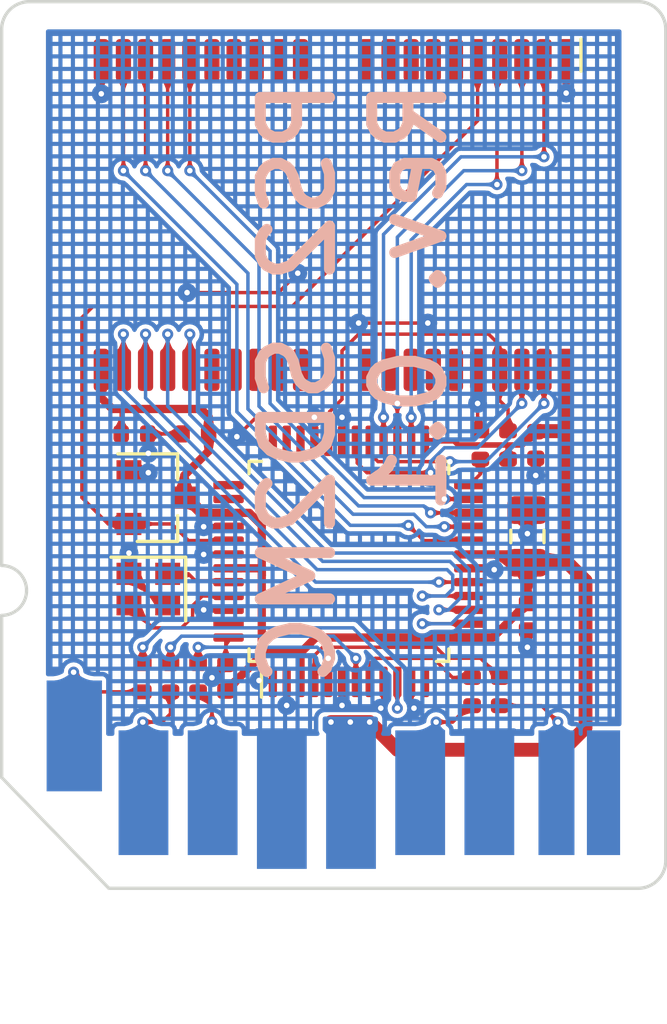
<source format=kicad_pcb>
(kicad_pcb (version 20221018) (generator pcbnew)
  (layers (0 "F.Cu" signal) (31 "B.Cu" signal) (34 "B.Paste" user) (35 "F.Paste" user) (36 "B.SilkS" user "B.Silkscreen") (37 "F.SilkS" user "F.Silkscreen") (38 "B.Mask" user) (39 "F.Mask" user) (44 "Edge.Cuts" user))
  (net 0 "")
  (net 1 "GND")
  (net 2 "+3V3")
  (net 3 "/ACK")
  (net 4 "/CLK")
  (net 5 "/ATT")
  (net 6 "/CMD")
  (net 7 "/DATA")
  (net 8 "/~{RST}")
  (net 9 "Net-(R108-Pad1)")
  (net 10 "Net-(U102-X1)")
  (net 11 "Net-(U102-X2)")
  (net 12 "Net-(U102-R{slash}~{B})")
  (net 13 "Net-(U102-ACK)")
  (net 14 "Net-(U102-CLK)")
  (net 15 "Net-(U102-ATT)")
  (net 16 "Net-(U102-CMD)")
  (net 17 "Net-(U102-DATA)")
  (net 19 "Net-(U102-I{slash}O7)")
  (net 20 "Net-(U102-I{slash}O6)")
  (net 21 "Net-(U102-I{slash}O5)")
  (net 22 "Net-(U102-I{slash}O4)")
  (net 23 "Net-(U102-I{slash}O3)")
  (net 24 "Net-(U102-I{slash}O2)")
  (net 25 "Net-(U102-I{slash}O1)")
  (net 26 "Net-(U102-I{slash}O0)")
  (net 27 "Net-(U102-~{WE})")
  (net 28 "Net-(U102-ALE)")
  (net 29 "Net-(U102-CLE)")
  (net 30 "Net-(U102-~{CE})")
  (net 31 "Net-(U102-~{RE})")
  (footprint "PS2:C_0402_1005Metric" (layer "F.Cu") (at 165.3 74.5 -90)
    (fp_text reference "C104")
    (fp_text value "100nF")
    (pad "1" smd roundrect (at -0.48 0 270) (size 0.56 0.62) (layers "F.Cu" "F.Paste" "F.Mask") (net 2 "+3V3"))
    (pad "2" smd roundrect (at 0.48 0 270) (size 0.56 0.62) (layers "F.Cu" "F.Paste" "F.Mask") (net 1 "GND"))
  )
  (footprint "PS2:C_0402_1005Metric" (layer "F.Cu") (at 153.3 67.9 180)
    (fp_text reference "C101")
    (fp_text value "100nF")
    (pad "1" smd roundrect (at -0.48 0 180) (size 0.56 0.62) (layers "F.Cu" "F.Paste" "F.Mask") (net 2 "+3V3"))
    (pad "2" smd roundrect (at 0.48 0 180) (size 0.56 0.62) (layers "F.Cu" "F.Paste" "F.Mask") (net 1 "GND"))
  )
  (footprint "PS2:C_0402_1005Metric" (layer "F.Cu") (at 154.4 76.7 90)
    (fp_text reference "C103")
    (fp_text value "100p")
    (pad "1" smd roundrect (at -0.48 0 90) (size 0.56 0.62) (layers "F.Cu" "F.Paste" "F.Mask") (net 2 "+3V3"))
    (pad "2" smd roundrect (at 0.48 0 90) (size 0.56 0.62) (layers "F.Cu" "F.Paste" "F.Mask") (net 1 "GND"))
  )
  (footprint "PS2:R_0402_1005Metric" (layer "F.Cu") (at 164.3 77.2 -90)
    (fp_text reference "R107")
    (fp_text value "22R")
    (pad "1" smd roundrect (at -0.51 0 270) (size 0.54 0.64) (layers "F.Cu" "F.Paste" "F.Mask") (net 17 "Net-(U102-DATA)"))
    (pad "2" smd roundrect (at 0.51 0 270) (size 0.54 0.64) (layers "F.Cu" "F.Paste" "F.Mask") (net 7 "/DATA"))
  )
  (footprint "PS2:Crystal_SMD_2016-4Pin_2.0x1.6mm" (layer "F.Cu") (at 151.6 73.5 180)
    (fp_text reference "Y101")
    (fp_text value "25MHz")
    (fp_line (start -1.35 -1.15) (end -1.35 1.15) (stroke (width 0.12)) (layer "F.SilkS"))
    (fp_line (start -1.35 1.15) (end 1.35 1.15) (stroke (width 0.12)) (layer "F.SilkS"))
    (pad "1" smd rect (at -0.7 0.55 180) (size 0.9 0.8) (layers "F.Cu" "F.Paste" "F.Mask") (net 10 "Net-(U102-X1)"))
    (pad "2" smd rect (at 0.7 0.55 180) (size 0.9 0.8) (layers "F.Cu" "F.Paste" "F.Mask") (net 1 "GND"))
    (pad "3" smd rect (at 0.7 -0.55 180) (size 0.9 0.8) (layers "F.Cu" "F.Paste" "F.Mask") (net 11 "Net-(U102-X2)"))
    (pad "4" smd rect (at -0.7 -0.55 180) (size 0.9 0.8) (layers "F.Cu" "F.Paste" "F.Mask") (net 1 "GND"))
  )
  (footprint "PS2:R_0402_1005Metric" (layer "F.Cu") (at 164.6 68.3 90)
    (fp_text reference "R102")
    (fp_text value "2K2")
    (pad "1" smd roundrect (at -0.51 0 90) (size 0.54 0.64) (layers "F.Cu" "F.Paste" "F.Mask") (net 2 "+3V3"))
    (pad "2" smd roundrect (at 0.51 0 90) (size 0.54 0.64) (layers "F.Cu" "F.Paste" "F.Mask") (net 12 "Net-(U102-R{slash}~{B})"))
  )
  (footprint "PS2:TSOP-II-44_10.16x18.41mm_P0.8mm" (layer "F.Cu") (at 158.3 60 -90)
    (fp_text reference "U103")
    (fp_text value "K9F6408U0C")
    (fp_line (start -5.19 -8.935) (end -6.35 -8.935) (stroke (width 0.12)) (layer "F.SilkS"))
    (pad "1" smd roundrect (at -5.5875 -8.4 270) (size 1.525 0.55) (layers "F.Cu" "F.Paste" "F.Mask") (net 1 "GND"))
    (pad "2" smd roundrect (at -5.5875 -7.6 270) (size 1.525 0.55) (layers "F.Cu" "F.Paste" "F.Mask") (net 29 "Net-(U102-CLE)"))
    (pad "3" smd roundrect (at -5.5875 -6.8 270) (size 1.525 0.55) (layers "F.Cu" "F.Paste" "F.Mask") (net 28 "Net-(U102-ALE)"))
    (pad "4" smd roundrect (at -5.5875 -6 270) (size 1.525 0.55) (layers "F.Cu" "F.Paste" "F.Mask") (net 27 "Net-(U102-~{WE})"))
    (pad "5" smd roundrect (at -5.5875 -5.2 270) (size 1.525 0.55) (layers "F.Cu" "F.Paste" "F.Mask") (net 8 "/~{RST}"))
    (pad "6" smd roundrect (at -5.5875 -4.4 270) (size 1.525 0.55) (layers "F.Cu" "F.Paste" "F.Mask"))
    (pad "7" smd roundrect (at -5.5875 -3.6 270) (size 1.525 0.55) (layers "F.Cu" "F.Paste" "F.Mask"))
    (pad "8" smd roundrect (at -5.5875 -2.8 270) (size 1.525 0.55) (layers "F.Cu" "F.Paste" "F.Mask"))
    (pad "9" smd roundrect (at -5.5875 -2 270) (size 1.525 0.55) (layers "F.Cu" "F.Paste" "F.Mask"))
    (pad "10" smd roundrect (at -5.5875 -1.2 270) (size 1.525 0.55) (layers "F.Cu" "F.Paste" "F.Mask"))
    (pad "13" smd roundrect (at -5.5875 1.2 270) (size 1.525 0.55) (layers "F.Cu" "F.Paste" "F.Mask"))
    (pad "14" smd roundrect (at -5.5875 2 270) (size 1.525 0.55) (layers "F.Cu" "F.Paste" "F.Mask"))
    (pad "15" smd roundrect (at -5.5875 2.8 270) (size 1.525 0.55) (layers "F.Cu" "F.Paste" "F.Mask"))
    (pad "16" smd roundrect (at -5.5875 3.6 270) (size 1.525 0.55) (layers "F.Cu" "F.Paste" "F.Mask"))
    (pad "17" smd roundrect (at -5.5875 4.4 270) (size 1.525 0.55) (layers "F.Cu" "F.Paste" "F.Mask"))
    (pad "18" smd roundrect (at -5.5875 5.2 270) (size 1.525 0.55) (layers "F.Cu" "F.Paste" "F.Mask") (net 26 "Net-(U102-I{slash}O0)"))
    (pad "19" smd roundrect (at -5.5875 6 270) (size 1.525 0.55) (layers "F.Cu" "F.Paste" "F.Mask") (net 25 "Net-(U102-I{slash}O1)"))
    (pad "20" smd roundrect (at -5.5875 6.8 270) (size 1.525 0.55) (layers "F.Cu" "F.Paste" "F.Mask") (net 24 "Net-(U102-I{slash}O2)"))
    (pad "21" smd roundrect (at -5.5875 7.6 270) (size 1.525 0.55) (layers "F.Cu" "F.Paste" "F.Mask") (net 23 "Net-(U102-I{slash}O3)"))
    (pad "22" smd roundrect (at -5.5875 8.4 270) (size 1.525 0.55) (layers "F.Cu" "F.Paste" "F.Mask") (net 1 "GND"))
    (pad "23" smd roundrect (at 5.5875 8.4 270) (size 1.525 0.55) (layers "F.Cu" "F.Paste" "F.Mask") (net 2 "+3V3"))
    (pad "24" smd roundrect (at 5.5875 7.6 270) (size 1.525 0.55) (layers "F.Cu" "F.Paste" "F.Mask") (net 22 "Net-(U102-I{slash}O4)"))
    (pad "25" smd roundrect (at 5.5875 6.8 270) (size 1.525 0.55) (layers "F.Cu" "F.Paste" "F.Mask") (net 21 "Net-(U102-I{slash}O5)"))
    (pad "26" smd roundrect (at 5.5875 6 270) (size 1.525 0.55) (layers "F.Cu" "F.Paste" "F.Mask") (net 20 "Net-(U102-I{slash}O6)"))
    (pad "27" smd roundrect (at 5.5875 5.2 270) (size 1.525 0.55) (layers "F.Cu" "F.Paste" "F.Mask") (net 19 "Net-(U102-I{slash}O7)"))
    (pad "28" smd roundrect (at 5.5875 4.4 270) (size 1.525 0.55) (layers "F.Cu" "F.Paste" "F.Mask"))
    (pad "29" smd roundrect (at 5.5875 3.6 270) (size 1.525 0.55) (layers "F.Cu" "F.Paste" "F.Mask"))
    (pad "30" smd roundrect (at 5.5875 2.8 270) (size 1.525 0.55) (layers "F.Cu" "F.Paste" "F.Mask"))
    (pad "31" smd roundrect (at 5.5875 2 270) (size 1.525 0.55) (layers "F.Cu" "F.Paste" "F.Mask"))
    (pad "32" smd roundrect (at 5.5875 1.2 270) (size 1.525 0.55) (layers "F.Cu" "F.Paste" "F.Mask"))
    (pad "35" smd roundrect (at 5.5875 -1.2 270) (size 1.525 0.55) (layers "F.Cu" "F.Paste" "F.Mask"))
    (pad "36" smd roundrect (at 5.5875 -2 270) (size 1.525 0.55) (layers "F.Cu" "F.Paste" "F.Mask"))
    (pad "37" smd roundrect (at 5.5875 -2.8 270) (size 1.525 0.55) (layers "F.Cu" "F.Paste" "F.Mask"))
    (pad "38" smd roundrect (at 5.5875 -3.6 270) (size 1.525 0.55) (layers "F.Cu" "F.Paste" "F.Mask"))
    (pad "39" smd roundrect (at 5.5875 -4.4 270) (size 1.525 0.55) (layers "F.Cu" "F.Paste" "F.Mask"))
    (pad "40" smd roundrect (at 5.5875 -5.2 270) (size 1.525 0.55) (layers "F.Cu" "F.Paste" "F.Mask") (net 1 "GND"))
    (pad "41" smd roundrect (at 5.5875 -6 270) (size 1.525 0.55) (layers "F.Cu" "F.Paste" "F.Mask") (net 12 "Net-(U102-R{slash}~{B})"))
    (pad "42" smd roundrect (at 5.5875 -6.8 270) (size 1.525 0.55) (layers "F.Cu" "F.Paste" "F.Mask") (net 31 "Net-(U102-~{RE})"))
    (pad "43" smd roundrect (at 5.5875 -7.6 270) (size 1.525 0.55) (layers "F.Cu" "F.Paste" "F.Mask") (net 30 "Net-(U102-~{CE})"))
    (pad "44" smd roundrect (at 5.5875 -8.4 270) (size 1.525 0.55) (layers "F.Cu" "F.Paste" "F.Mask") (net 2 "+3V3"))
  )
  (footprint "PS2:SOT-23" (layer "F.Cu") (at 151.9 70.2)
    (fp_text reference "U101")
    (fp_text value "LM809")
    (fp_line (start 0.76 -1.58) (end -1.4 -1.58) (stroke (width 0.12)) (layer "F.SilkS"))
    (fp_line (start 0.76 -1.58) (end 0.76 -0.65) (stroke (width 0.12)) (layer "F.SilkS"))
    (fp_line (start 0.76 1.58) (end -0.7 1.58) (stroke (width 0.12)) (layer "F.SilkS"))
    (fp_line (start 0.76 1.58) (end 0.76 0.65) (stroke (width 0.12)) (layer "F.SilkS"))
    (pad "1" smd rect (at -1 -0.95) (size 0.9 0.8) (layers "F.Cu" "F.Paste" "F.Mask") (net 1 "GND"))
    (pad "2" smd rect (at -1 0.95) (size 0.9 0.8) (layers "F.Cu" "F.Paste" "F.Mask") (net 8 "/~{RST}"))
    (pad "3" smd rect (at 1 0) (size 0.9 0.8) (layers "F.Cu" "F.Paste" "F.Mask") (net 2 "+3V3"))
  )
  (footprint "PS2:R_0402_1005Metric" (layer "F.Cu") (at 151.4 76.7 -90)
    (fp_text reference "R103")
    (fp_text value "22R")
    (pad "1" smd roundrect (at -0.51 0 270) (size 0.54 0.64) (layers "F.Cu" "F.Paste" "F.Mask") (net 13 "Net-(U102-ACK)"))
    (pad "2" smd roundrect (at 0.51 0 270) (size 0.54 0.64) (layers "F.Cu" "F.Paste" "F.Mask") (net 3 "/ACK"))
  )
  (footprint "PS2:C_0402_1005Metric" (layer "F.Cu") (at 151.1 67.9 180)
    (fp_text reference "C105")
    (fp_text value "100nF")
    (pad "1" smd roundrect (at -0.48 0 180) (size 0.56 0.62) (layers "F.Cu" "F.Paste" "F.Mask") (net 1 "GND"))
    (pad "2" smd roundrect (at 0.48 0 180) (size 0.56 0.62) (layers "F.Cu" "F.Paste" "F.Mask") (net 2 "+3V3"))
  )
  (footprint "PS2:C_0805_2012Metric" (layer "F.Cu") (at 165.3 71.6 90)
    (fp_text reference "C106")
    (fp_text value "10uF")
    (fp_line (start -0.227064 -0.6) (end 0.227064 -0.6) (stroke (width 0.12)) (layer "F.SilkS"))
    (fp_line (start -0.227064 0.6) (end 0.227064 0.6) (stroke (width 0.12)) (layer "F.SilkS"))
    (pad "1" smd roundrect (at -0.95 0 90) (size 1 1.45) (layers "F.Cu" "F.Paste" "F.Mask") (net 2 "+3V3"))
    (pad "2" smd roundrect (at 0.95 0 90) (size 1 1.45) (layers "F.Cu" "F.Paste" "F.Mask") (net 1 "GND"))
  )
  (footprint "PS2:LQFP-48_7x7mm_P0.5mm" (layer "F.Cu") (at 158.85 72.5 90)
    (fp_text reference "U102")
    (fp_text value "CXD9585BR")
    (fp_line (start -3.61 -3.61) (end -3.61 -3.16) (stroke (width 0.12)) (layer "F.SilkS"))
    (fp_line (start -3.61 -3.16) (end -4.9 -3.16) (stroke (width 0.12)) (layer "F.SilkS"))
    (fp_line (start -3.61 3.61) (end -3.61 3.16) (stroke (width 0.12)) (layer "F.SilkS"))
    (fp_line (start -3.16 -3.61) (end -3.61 -3.61) (stroke (width 0.12)) (layer "F.SilkS"))
    (fp_line (start -3.16 3.61) (end -3.61 3.61) (stroke (width 0.12)) (layer "F.SilkS"))
    (fp_line (start 3.16 -3.61) (end 3.61 -3.61) (stroke (width 0.12)) (layer "F.SilkS"))
    (fp_line (start 3.16 3.61) (end 3.61 3.61) (stroke (width 0.12)) (layer "F.SilkS"))
    (fp_line (start 3.61 -3.61) (end 3.61 -3.16) (stroke (width 0.12)) (layer "F.SilkS"))
    (fp_line (start 3.61 3.61) (end 3.61 3.16) (stroke (width 0.12)) (layer "F.SilkS"))
    (pad "1" smd roundrect (at -4.35 -2.75 90) (size 1.1 0.3) (layers "F.Cu" "F.Paste" "F.Mask") (net 1 "GND"))
    (pad "2" smd roundrect (at -4.35 -2.25 90) (size 1.1 0.3) (layers "F.Cu" "F.Paste" "F.Mask") (net 1 "GND"))
    (pad "3" smd roundrect (at -4.35 -1.75 90) (size 1.1 0.3) (layers "F.Cu" "F.Paste" "F.Mask") (net 2 "+3V3"))
    (pad "4" smd roundrect (at -4.35 -1.25 90) (size 1.1 0.3) (layers "F.Cu" "F.Paste" "F.Mask") (net 17 "Net-(U102-DATA)"))
    (pad "5" smd roundrect (at -4.35 -0.75 90) (size 1.1 0.3) (layers "F.Cu" "F.Paste" "F.Mask") (net 16 "Net-(U102-CMD)"))
    (pad "6" smd roundrect (at -4.35 -0.25 90) (size 1.1 0.3) (layers "F.Cu" "F.Paste" "F.Mask") (net 1 "GND"))
    (pad "7" smd roundrect (at -4.35 0.25 90) (size 1.1 0.3) (layers "F.Cu" "F.Paste" "F.Mask") (net 15 "Net-(U102-ATT)"))
    (pad "8" smd roundrect (at -4.35 0.75 90) (size 1.1 0.3) (layers "F.Cu" "F.Paste" "F.Mask") (net 14 "Net-(U102-CLK)"))
    (pad "9" smd roundrect (at -4.35 1.25 90) (size 1.1 0.3) (layers "F.Cu" "F.Paste" "F.Mask") (net 1 "GND"))
    (pad "10" smd roundrect (at -4.35 1.75 90) (size 1.1 0.3) (layers "F.Cu" "F.Paste" "F.Mask") (net 13 "Net-(U102-ACK)"))
    (pad "11" smd roundrect (at -4.35 2.25 90) (size 1.1 0.3) (layers "F.Cu" "F.Paste" "F.Mask") (net 1 "GND"))
    (pad "12" smd roundrect (at -4.35 2.75 90) (size 1.1 0.3) (layers "F.Cu" "F.Paste" "F.Mask"))
    (pad "13" smd roundrect (at -2.75 4.35 90) (size 0.3 1.1) (layers "F.Cu" "F.Paste" "F.Mask") (net 2 "+3V3"))
    (pad "14" smd roundrect (at -2.25 4.35 90) (size 0.3 1.1) (layers "F.Cu" "F.Paste" "F.Mask") (net 19 "Net-(U102-I{slash}O7)"))
    (pad "15" smd roundrect (at -1.75 4.35 90) (size 0.3 1.1) (layers "F.Cu" "F.Paste" "F.Mask") (net 20 "Net-(U102-I{slash}O6)"))
    (pad "16" smd roundrect (at -1.25 4.35 90) (size 0.3 1.1) (layers "F.Cu" "F.Paste" "F.Mask") (net 21 "Net-(U102-I{slash}O5)"))
    (pad "17" smd roundrect (at -0.75 4.35 90) (size 0.3 1.1) (layers "F.Cu" "F.Paste" "F.Mask") (net 22 "Net-(U102-I{slash}O4)"))
    (pad "18" smd roundrect (at -0.25 4.35 90) (size 0.3 1.1) (layers "F.Cu" "F.Paste" "F.Mask") (net 1 "GND"))
    (pad "19" smd roundrect (at 0.25 4.35 90) (size 0.3 1.1) (layers "F.Cu" "F.Paste" "F.Mask") (net 2 "+3V3"))
    (pad "20" smd roundrect (at 0.75 4.35 90) (size 0.3 1.1) (layers "F.Cu" "F.Paste" "F.Mask") (net 23 "Net-(U102-I{slash}O3)"))
    (pad "21" smd roundrect (at 1.25 4.35 90) (size 0.3 1.1) (layers "F.Cu" "F.Paste" "F.Mask") (net 24 "Net-(U102-I{slash}O2)"))
    (pad "22" smd roundrect (at 1.75 4.35 90) (size 0.3 1.1) (layers "F.Cu" "F.Paste" "F.Mask") (net 25 "Net-(U102-I{slash}O1)"))
    (pad "23" smd roundrect (at 2.25 4.35 90) (size 0.3 1.1) (layers "F.Cu" "F.Paste" "F.Mask") (net 26 "Net-(U102-I{slash}O0)"))
    (pad "24" smd roundrect (at 2.75 4.35 90) (size 0.3 1.1) (layers "F.Cu" "F.Paste" "F.Mask") (net 9 "Net-(R108-Pad1)"))
    (pad "25" smd roundrect (at 4.35 2.75 90) (size 1.1 0.3) (layers "F.Cu" "F.Paste" "F.Mask") (net 2 "+3V3"))
    (pad "26" smd roundrect (at 4.35 2.25 90) (size 1.1 0.3) (layers "F.Cu" "F.Paste" "F.Mask") (net 27 "Net-(U102-~{WE})"))
    (pad "27" smd roundrect (at 4.35 1.75 90) (size 1.1 0.3) (layers "F.Cu" "F.Paste" "F.Mask") (net 28 "Net-(U102-ALE)"))
    (pad "28" smd roundrect (at 4.35 1.25 90) (size 1.1 0.3) (layers "F.Cu" "F.Paste" "F.Mask") (net 29 "Net-(U102-CLE)"))
    (pad "29" smd roundrect (at 4.35 0.75 90) (size 1.1 0.3) (layers "F.Cu" "F.Paste" "F.Mask") (net 30 "Net-(U102-~{CE})"))
    (pad "30" smd roundrect (at 4.35 0.25 90) (size 1.1 0.3) (layers "F.Cu" "F.Paste" "F.Mask") (net 31 "Net-(U102-~{RE})"))
    (pad "31" smd roundrect (at 4.35 -0.25 90) (size 1.1 0.3) (layers "F.Cu" "F.Paste" "F.Mask") (net 1 "GND"))
    (pad "32" smd roundrect (at 4.35 -0.75 90) (size 1.1 0.3) (layers "F.Cu" "F.Paste" "F.Mask") (net 12 "Net-(U102-R{slash}~{B})"))
    (pad "33" smd roundrect (at 4.35 -1.25 90) (size 1.1 0.3) (layers "F.Cu" "F.Paste" "F.Mask") (net 1 "GND"))
    (pad "34" smd roundrect (at 4.35 -1.75 90) (size 1.1 0.3) (layers "F.Cu" "F.Paste" "F.Mask"))
    (pad "35" smd roundrect (at 4.35 -2.25 90) (size 1.1 0.3) (layers "F.Cu" "F.Paste" "F.Mask"))
    (pad "36" smd roundrect (at 4.35 -2.75 90) (size 1.1 0.3) (layers "F.Cu" "F.Paste" "F.Mask"))
    (pad "37" smd roundrect (at 2.75 -4.35 90) (size 0.3 1.1) (layers "F.Cu" "F.Paste" "F.Mask"))
    (pad "38" smd roundrect (at 2.25 -4.35 90) (size 0.3 1.1) (layers "F.Cu" "F.Paste" "F.Mask"))
    (pad "39" smd roundrect (at 1.75 -4.35 90) (size 0.3 1.1) (layers "F.Cu" "F.Paste" "F.Mask") (net 2 "+3V3"))
    (pad "40" smd roundrect (at 1.25 -4.35 90) (size 0.3 1.1) (layers "F.Cu" "F.Paste" "F.Mask") (net 1 "GND"))
    (pad "41" smd roundrect (at 0.75 -4.35 90) (size 0.3 1.1) (layers "F.Cu" "F.Paste" "F.Mask") (net 8 "/~{RST}"))
    (pad "42" smd roundrect (at 0.25 -4.35 90) (size 0.3 1.1) (layers "F.Cu" "F.Paste" "F.Mask") (net 1 "GND"))
    (pad "43" smd roundrect (at -0.25 -4.35 90) (size 0.3 1.1) (layers "F.Cu" "F.Paste" "F.Mask") (net 2 "+3V3"))
    (pad "44" smd roundrect (at -0.75 -4.35 90) (size 0.3 1.1) (layers "F.Cu" "F.Paste" "F.Mask") (net 10 "Net-(U102-X1)"))
    (pad "45" smd roundrect (at -1.25 -4.35 90) (size 0.3 1.1) (layers "F.Cu" "F.Paste" "F.Mask") (net 11 "Net-(U102-X2)"))
    (pad "46" smd roundrect (at -1.75 -4.35 90) (size 0.3 1.1) (layers "F.Cu" "F.Paste" "F.Mask") (net 1 "GND"))
    (pad "47" smd roundrect (at -2.25 -4.35 90) (size 0.3 1.1) (layers "F.Cu" "F.Paste" "F.Mask"))
    (pad "48" smd roundrect (at -2.75 -4.35 90) (size 0.3 1.1) (layers "F.Cu" "F.Paste" "F.Mask") (net 1 "GND"))
  )
  (footprint "PS2:R_0402_1005Metric" (layer "F.Cu") (at 163.3 77.2 -90)
    (fp_text reference "R104")
    (fp_text value "300R")
    (pad "1" smd roundrect (at -0.51 0 270) (size 0.54 0.64) (layers "F.Cu" "F.Paste" "F.Mask") (net 14 "Net-(U102-CLK)"))
    (pad "2" smd roundrect (at 0.51 0 270) (size 0.54 0.64) (layers "F.Cu" "F.Paste" "F.Mask") (net 4 "/CLK"))
  )
  (footprint "PS2:R_0402_1005Metric" (layer "F.Cu") (at 163.6 68.3 90)
    (fp_text reference "R108")
    (fp_text value "0R")
    (pad "1" smd roundrect (at -0.51 0 90) (size 0.54 0.64) (layers "F.Cu" "F.Paste" "F.Mask") (net 9 "Net-(R108-Pad1)"))
    (pad "2" smd roundrect (at 0.51 0 90) (size 0.54 0.64) (layers "F.Cu" "F.Paste" "F.Mask") (net 1 "GND"))
  )
  (footprint "PS2:R_0402_1005Metric" (layer "F.Cu") (at 152.4 76.7 -90)
    (fp_text reference "R105")
    (fp_text value "22R")
    (pad "1" smd roundrect (at -0.51 0 270) (size 0.54 0.64) (layers "F.Cu" "F.Paste" "F.Mask") (net 15 "Net-(U102-ATT)"))
    (pad "2" smd roundrect (at 0.51 0 270) (size 0.54 0.64) (layers "F.Cu" "F.Paste" "F.Mask") (net 5 "/ATT"))
  )
  (footprint "PS2:R_0402_1005Metric" (layer "F.Cu") (at 153.4 76.7 -90)
    (fp_text reference "R106")
    (fp_text value "300R")
    (pad "1" smd roundrect (at -0.51 0 270) (size 0.54 0.64) (layers "F.Cu" "F.Paste" "F.Mask") (net 16 "Net-(U102-CMD)"))
    (pad "2" smd roundrect (at 0.51 0 270) (size 0.54 0.64) (layers "F.Cu" "F.Paste" "F.Mask") (net 6 "/CMD"))
  )
  (footprint "PS2:C_0402_1005Metric" (layer "F.Cu") (at 165.6 68.3 -90)
    (fp_text reference "C102")
    (fp_text value "100pF")
    (pad "1" smd roundrect (at -0.48 0 270) (size 0.56 0.62) (layers "F.Cu" "F.Paste" "F.Mask") (net 2 "+3V3"))
    (pad "2" smd roundrect (at 0.48 0 270) (size 0.56 0.62) (layers "F.Cu" "F.Paste" "F.Mask") (net 1 "GND"))
  )
  (footprint "PS2:SD_Pins" (layer "B.Cu") (at 158.3 80.85)
    (fp_text reference "J101")
    (fp_text value "Conn_01x09")
    (fp_line (start -12 -8.2) (end -12 -27.55) (stroke (width 0.12)) (layer "Edge.Cuts"))
    (fp_line (start -12 -6.4) (end -12 -0.55) (stroke (width 0.12)) (layer "Edge.Cuts"))
    (fp_line (start -8.125 3.45) (end -12 -0.55) (stroke (width 0.12)) (layer "Edge.Cuts"))
    (fp_line (start -8.125 3.45) (end 11 3.45) (stroke (width 0.12)) (layer "Edge.Cuts"))
    (fp_line (start 11 -28.55) (end -11 -28.55) (stroke (width 0.12)) (layer "Edge.Cuts"))
    (fp_line (start 12 2.45) (end 12 -27.55) (stroke (width 0.12)) (layer "Edge.Cuts"))
    (fp_arc (start -12 -27.55) (mid -11.707106 -28.257106) (end -11 -28.55) (stroke (width 0.12)) (layer "Edge.Cuts"))
    (fp_arc (start -12 -8.2) (mid -11.1 -7.3) (end -12 -6.4) (stroke (width 0.12)) (layer "Edge.Cuts"))
    (fp_arc (start 11 -28.55) (mid 11.707107 -28.257107) (end 12 -27.55) (stroke (width 0.12)) (layer "Edge.Cuts"))
    (fp_arc (start 12 2.45) (mid 11.707107 3.157107) (end 11 3.45) (stroke (width 0.12)) (layer "Edge.Cuts"))
    (pad "1" smd rect (at -6.875 0 270) (size 4.5 1.8) (layers "B.Cu" "B.Mask") (net 5 "/ATT"))
    (pad "2" smd rect (at -4.375 0 270) (size 4.5 1.8) (layers "B.Cu" "B.Mask") (net 6 "/CMD"))
    (pad "3" smd rect (at -1.875 0.25 270) (size 5 1.8) (layers "B.Cu" "B.Mask") (net 1 "GND"))
    (pad "4" smd rect (at 0.625 0.25 270) (size 5 1.8) (layers "B.Cu" "B.Mask") (net 2 "+3V3"))
    (pad "5" smd rect (at 3.125 0 270) (size 4.5 1.8) (layers "B.Cu" "B.Mask") (net 4 "/CLK"))
    (pad "6" smd rect (at 5.625 0 270) (size 4.5 1.8) (layers "B.Cu" "B.Mask") (net 1 "GND"))
    (pad "7" smd rect (at 8.05 0 270) (size 4.5 1.3) (layers "B.Cu" "B.Mask") (net 7 "/DATA"))
    (pad "8" smd rect (at 9.75 0 270) (size 4.5 1.2) (layers "B.Cu" "B.Mask"))
    (pad "9" smd rect (at -9.375 -2.05 270) (size 4 2) (layers "B.Cu" "B.Mask") (net 3 "/ACK"))
  )
  (gr_text "PS2 SD2MC\nRev. 0.1" (at 162.5 54.9 90) (layer "B.SilkS") (effects (font (size 2.5 2.5) (thickness 0.4)) (justify left bottom mirror)))
  (segment (start 151.58 67.9) (end 151.58 68.58) (width 0.125) (layer "F.Cu") (net 1))
  (segment (start 153 62.8) (end 156.3 62.8) (width 0.125) (layer "F.Cu") (net 1))
  (segment (start 158.6 77.7) (end 158.6 76.85) (width 0.125) (layer "F.Cu") (net 1))
  (segment (start 152.3 74.05) (end 152 74.05) (width 0.125) (layer "F.Cu") (net 1))
  (segment (start 163.5 67.69) (end 163.5 66.8) (width 0.125) (layer "F.Cu") (net 1))
  (segment (start 157.6 68.15) (end 157.6 67.3) (width 0.125) (layer "F.Cu") (net 1))
  (segment (start 160 77.8) (end 160.1 77.7) (width 0.125) (layer "F.Cu") (net 1))
  (segment (start 155.5 67.3) (end 154.8 68) (width 0.125) (layer "F.Cu") (net 1))
  (segment (start 154.4 75.35) (end 154.5 75.25) (width 0.125) (layer "F.Cu") (net 1))
  (segment (start 155.6 76.8) (end 156.05 76.8) (width 0.125) (layer "F.Cu") (net 1))
  (segment (start 161.2 77.8) (end 161.1 77.7) (width 0.125) (layer "F.Cu") (net 1))
  (segment (start 153.6 74.25) (end 154.5 74.25) (width 0.125) (layer "F.Cu") (net 1))
  (segment (start 163.5 65.5875) (end 163.5 66.8) (width 0.125) (layer "F.Cu") (net 1))
  (segment (start 154.38 76.22) (end 153.9 76.7) (width 0.125) (layer "F.Cu") (net 1))
  (segment (start 153.6 71.25) (end 154.5 71.25) (width 0.125) (layer "F.Cu") (net 1))
  (segment (start 152 74.05) (end 150.9 72.95) (width 0.125) (layer "F.Cu") (net 1))
  (segment (start 152.82 67.9) (end 151.58 67.9) (width 0.125) (layer "F.Cu") (net 1))
  (segment (start 165.3 70.65) (end 165.3 71.5) (width 0.125) (layer "F.Cu") (net 1))
  (segment (start 164.05 72.75) (end 164.1 72.8) (width 0.125) (layer "F.Cu") (net 1))
  (segment (start 156.05 76.8) (end 156.1 76.85) (width 0.125) (layer "F.Cu") (net 1))
  (segment (start 165.3 74.98) (end 165.3 75.6) (width 0.125) (layer "F.Cu") (net 1))
  (segment (start 153.6 72.25) (end 154.5 72.25) (width 0.125) (layer "F.Cu") (net 1))
  (segment (start 154.4 76.22) (end 154.4 75.35) (width 0.125) (layer "F.Cu") (net 1))
  (segment (start 163.2 72.75) (end 164.05 72.75) (width 0.125) (layer "F.Cu") (net 1))
  (segment (start 157.6 67.3) (end 155.5 67.3) (width 0.125) (layer "F.Cu") (net 1))
  (segment (start 149.9 54.4125) (end 149.9 55.625) (width 0.125) (layer "F.Cu") (net 1))
  (segment (start 156.3 62.8) (end 157 62.1) (width 0.125) (layer "F.Cu") (net 1))
  (segment (start 165.6 68.78) (end 165.6 69.4) (width 0.125) (layer "F.Cu") (net 1))
  (segment (start 166.7 54.4125) (end 166.7 55.6) (width 0.125) (layer "F.Cu") (net 1))
  (segment (start 151.6 69.3) (end 150.95 69.3) (width 0.125) (layer "F.Cu") (net 1))
  (segment (start 161.1 77.7) (end 161.1 76.85) (width 0.125) (layer "F.Cu") (net 1))
  (segment (start 156.6 77.7) (end 156.6 76.85) (width 0.125) (layer "F.Cu") (net 1))
  (segment (start 159.2 63.9) (end 161.7 63.9) (width 0.125) (layer "F.Cu") (net 1))
  (segment (start 160.1 77.7) (end 160.1 76.85) (width 0.125) (layer "F.Cu") (net 1))
  (segment (start 163.6 67.79) (end 163.5 67.69) (width 0.125) (layer "F.Cu") (net 1))
  (segment (start 158.6 68.15) (end 158.6 67.3) (width 0.125) (layer "F.Cu") (net 1))
  (segment (start 151.58 68.58) (end 151.6 68.6) (width 0.125) (layer "F.Cu") (net 1))
  (segment (start 150.95 69.3) (end 150.9 69.25) (width 0.125) (layer "F.Cu") (net 1))
  (segment (start 150.9 72.95) (end 150.9 72.2) (width 0.125) (layer "F.Cu") (net 1))
  (segment (start 154.4 76.22) (end 154.38 76.22) (width 0.125) (layer "F.Cu") (net 1))
  (via (at 153.6 71.25) (size 0.4) (drill 0.2) (layers "F.Cu" "B.Cu") (net 1))
  (via (at 153 62.8) (size 0.4) (drill 0.2) (layers "F.Cu" "B.Cu") (net 1))
  (via (at 153.6 74.25) (size 0.4) (drill 0.2) (layers "F.Cu" "B.Cu") (net 1))
  (via (at 161.2 77.8) (size 0.4) (drill 0.2) (layers "F.Cu" "B.Cu") (net 1))
  (via (at 154.8 68) (size 0.4) (drill 0.2) (layers "F.Cu" "B.Cu") (net 1))
  (via (at 157.6 67.3) (size 0.4) (drill 0.2) (layers "F.Cu" "B.Cu") (net 1))
  (via (at 149.9 55.625) (size 0.4) (drill 0.2) (layers "F.Cu" "B.Cu") (net 1))
  (via (at 166.7 55.6) (size 0.4) (drill 0.2) (layers "F.Cu" "B.Cu") (net 1))
  (via (at 161.7 63.9) (size 0.4) (drill 0.2) (layers "F.Cu" "B.Cu") (net 1))
  (via (at 158.6 67.3) (size 0.4) (drill 0.2) (layers "F.Cu" "B.Cu") (net 1))
  (via (at 158.6 77.7) (size 0.4) (drill 0.2) (layers "F.Cu" "B.Cu") (net 1))
  (via (at 151.6 68.6) (size 0.4) (drill 0.2) (layers "F.Cu" "B.Cu") (net 1))
  (via (at 151.6 69.3) (size 0.4) (drill 0.2) (layers "F.Cu" "B.Cu") (net 1))
  (via (at 159.2 63.9) (size 0.4) (drill 0.2) (layers "F.Cu" "B.Cu") (net 1))
  (via (at 164.1 72.8) (size 0.4) (drill 0.2) (layers "F.Cu" "B.Cu") (net 1))
  (via (at 155.6 76.8) (size 0.4) (drill 0.2) (layers "F.Cu" "B.Cu") (net 1))
  (via (at 165.3 75.6) (size 0.4) (drill 0.2) (layers "F.Cu" "B.Cu") (net 1))
  (via (at 153.9 76.7) (size 0.4) (drill 0.2) (layers "F.Cu" "B.Cu") (net 1))
  (via (at 156.6 77.7) (size 0.4) (drill 0.2) (layers "F.Cu" "B.Cu") (net 1))
  (via (at 157 62.1) (size 0.4) (drill 0.2) (layers "F.Cu" "B.Cu") (net 1))
  (via (at 165.6 69.4) (size 0.4) (drill 0.2) (layers "F.Cu" "B.Cu") (net 1))
  (via (at 165.3 71.5) (size 0.4) (drill 0.2) (layers "F.Cu" "B.Cu") (net 1))
  (via (at 150.9 72.2) (size 0.4) (drill 0.2) (layers "F.Cu" "B.Cu") (net 1))
  (via (at 153.6 72.25) (size 0.4) (drill 0.2) (layers "F.Cu" "B.Cu") (net 1))
  (via (at 160 77.8) (size 0.4) (drill 0.2) (layers "F.Cu" "B.Cu") (net 1))
  (via (at 163.5 66.8) (size 0.4) (drill 0.2) (layers "F.Cu" "B.Cu") (net 1))
  (segment (start 152.9 70.2) (end 152.9 69.4) (width 0.3) (layer "F.Cu") (net 2))
  (segment (start 165.48 67.82) (end 165.6 67.82) (width 0.3) (layer "F.Cu") (net 2))
  (segment (start 167.4 73.2) (end 166.7 72.5) (width 0.5) (layer "F.Cu") (net 2))
  (segment (start 164.5 68.3) (end 165.12 68.3) (width 0.2) (layer "F.Cu") (net 2))
  (segment (start 166.6 67.8) (end 165.62 67.8) (width 0.5) (layer "F.Cu") (net 2))
  (segment (start 165 72.25) (end 165.3 72.55) (width 0.3) (layer "F.Cu") (net 2))
  (segment (start 166.7 65.5875) (end 166.7 67.8) (width 0.5) (layer "F.Cu") (net 2))
  (segment (start 155.8 75.8) (end 157.1 75.8) (width 0.3) (layer "F.Cu") (net 2))
  (segment (start 165.28 74.02) (end 164.05 75.25) (width 0.3) (layer "F.Cu") (net 2))
  (segment (start 157.65 75.25) (end 157.1 75.8) (width 0.3) (layer "F.Cu") (net 2))
  (segment (start 155.7 73) (end 155.7 72.7) (width 0.3) (layer "F.Cu") (net 2))
  (segment (start 149.9 66.6) (end 150.3 67) (width 0.3) (layer "F.Cu") (net 2))
  (segment (start 150.62 67.02) (end 150.62 67.9) (width 0.125) (layer "F.Cu") (net 2))
  (segment (start 164.5 68.3) (end 162.8 68.3) (width 0.2) (layer "F.Cu") (net 2))
  (segment (start 149.9 65.5875) (end 149.9 66.6) (width 0.3) (layer "F.Cu") (net 2))
  (segment (start 164.6 68.81) (end 164.6 68.3) (width 0.2) (layer "F.Cu") (net 2))
  (segment (start 165.35 72.5) (end 166.7 72.5) (width 0.5) (layer "F.Cu") (net 2))
  (segment (start 150.6 67) (end 150.62 67.02) (width 0.125) (layer "F.Cu") (net 2))
  (segment (start 164.05 75.25) (end 157.65 75.25) (width 0.3) (layer "F.Cu") (net 2))
  (segment (start 155.7 75.88) (end 155.7 73) (width 0.3) (layer "F.Cu") (net 2))
  (segment (start 166.7 72.5) (end 166.7 67.9) (width 0.5) (layer "F.Cu") (net 2))
  (segment (start 162.65 68.15) (end 161.6 68.15) (width 0.2) (layer "F.Cu") (net 2))
  (segment (start 166.7 67.9) (end 166.6 67.8) (width 0.5) (layer "F.Cu") (net 2))
  (segment (start 150.3 67) (end 153.5 67) (width 0.3) (layer "F.Cu") (net 2))
  (segment (start 165.3 72.55) (end 165.35 72.5) (width 0.5) (layer "F.Cu") (net 2))
  (segment (start 160.6 79.3) (end 166.6 79.3) (width 0.5) (layer "F.Cu") (net 2))
  (segment (start 164.6 68.81) (end 164.6 68.7) (width 0.3) (layer "F.Cu") (net 2))
  (segment (start 163.25 72.25) (end 165 72.25) (width 0.3) (layer "F.Cu") (net 2))
  (segment (start 165.12 68.3) (end 165.6 67.82) (width 0.2) (layer "F.Cu") (net 2))
  (segment (start 158.9 78.3) (end 158.2 78.3) (width 0.5) (layer "F.Cu") (net 2))
  (segment (start 157.1 75.8) (end 157.1 76.85) (width 0.3) (layer "F.Cu") (net 2))
  (segment (start 153.45 70.75) (end 152.9 70.2) (width 0.3) (layer "F.Cu") (net 2))
  (segment (start 153.78 68.52) (end 153.78 67.9) (width 0.3) (layer "F.Cu") (net 2))
  (segment (start 165.62 67.8) (end 165.6 67.82) (width 0.5) (layer "F.Cu") (net 2))
  (segment (start 164.6 68.3) (end 164.5 68.3) (width 0.2) (layer "F.Cu") (net 2))
  (segment (start 153.5 67) (end 153.78 67.28) (width 0.3) (layer "F.Cu") (net 2))
  (segment (start 166.6 79.3) (end 167.4 78.5) (width 0.5) (layer "F.Cu") (net 2))
  (segment (start 152.9 69.4) (end 153.78 68.52) (width 0.3) (layer "F.Cu") (net 2))
  (segment (start 160.6 79.3) (end 159.6 78.3) (width 0.5) (layer "F.Cu") (net 2))
  (segment (start 162.8 68.3) (end 162.65 68.15) (width 0.2) (layer "F.Cu") (net 2))
  (segment (start 165.3 74.02) (end 165.28 74.02) (width 0.3) (layer "F.Cu") (net 2))
  (segment (start 154.4 77.18) (end 155.7 75.88) (width 0.3) (layer "F.Cu") (net 2))
  (segment (start 167.4 78.5) (end 167.4 73.2) (width 0.5) (layer "F.Cu") (net 2))
  (segment (start 153.78 67.28) (end 153.78 67.9) (width 0.3) (layer "F.Cu") (net 2))
  (segment (start 155.7 73) (end 155.7 71.2) (width 0.3) (layer "F.Cu") (net 2))
  (segment (start 155.7 72.7) (end 155.65 72.75) (width 0.3) (layer "F.Cu") (net 2))
  (segment (start 155.65 72.75) (end 154.55 72.75) (width 0.3) (layer "F.Cu") (net 2))
  (segment (start 155.25 70.75) (end 153.45 70.75) (width 0.3) (layer "F.Cu") (net 2))
  (segment (start 159.6 78.3) (end 158.9 78.3) (width 0.5) (layer "F.Cu") (net 2))
  (segment (start 165.3 72.8) (end 165.3 74.02) (width 0.3) (layer "F.Cu") (net 2))
  (segment (start 166.7 67.8) (end 165.62 67.8) (width 0.5) (layer "F.Cu") (net 2))
  (segment (start 155.7 71.2) (end 155.25 70.75) (width 0.3) (layer "F.Cu") (net 2))
  (via (at 158.9 78.3) (size 0.4) (drill 0.2) (layers "F.Cu" "B.Cu") (net 2))
  (via (at 159.6 78.3) (size 0.4) (drill 0.2) (layers "F.Cu" "B.Cu") (net 2))
  (via (at 158.2 78.3) (size 0.4) (drill 0.2) (layers "F.Cu" "B.Cu") (net 2))
  (segment (start 148.9 76.5) (end 149.61 77.21) (width 0.125) (layer "F.Cu") (net 3))
  (segment (start 149.61 77.21) (end 151.4 77.21) (width 0.125) (layer "F.Cu") (net 3))
  (via (at 148.9 76.5) (size 0.4) (drill 0.2) (layers "F.Cu" "B.Cu") (net 3))
  (segment (start 148.9 78.775) (end 148.925 78.8) (width 0.125) (layer "B.Cu") (net 3))
  (segment (start 148.9 76.5) (end 148.9 78.775) (width 0.125) (layer "B.Cu") (net 3))
  (segment (start 163.19 77.71) (end 163.3 77.71) (width 0.125) (layer "F.Cu") (net 4))
  (segment (start 162 78.3) (end 162.6 78.3) (width 0.125) (layer "F.Cu") (net 4))
  (segment (start 162.6 78.3) (end 163.19 77.71) (width 0.125) (layer "F.Cu") (net 4))
  (via (at 162 78.3) (size 0.4) (drill 0.2) (layers "F.Cu" "B.Cu") (net 4))
  (segment (start 162 80.275) (end 161.425 80.85) (width 0.125) (layer "B.Cu") (net 4))
  (segment (start 162 78.3) (end 162 80.275) (width 0.125) (layer "B.Cu") (net 4))
  (segment (start 152.1 78.3) (end 152.4 78) (width 0.125) (layer "F.Cu") (net 5))
  (segment (start 151.4 78.3) (end 152.1 78.3) (width 0.125) (layer "F.Cu") (net 5))
  (segment (start 152.4 77.21) (end 152.39 77.21) (width 0.125) (layer "F.Cu") (net 5))
  (segment (start 152.4 78) (end 152.4 77.21) (width 0.125) (layer "F.Cu") (net 5))
  (via (at 151.4 78.3) (size 0.4) (drill 0.2) (layers "F.Cu" "B.Cu") (net 5))
  (segment (start 151.4 78.3) (end 151.4 80.825) (width 0.125) (layer "B.Cu") (net 5))
  (segment (start 151.4 80.825) (end 151.425 80.85) (width 0.125) (layer "B.Cu") (net 5))
  (segment (start 153.9 77.71) (end 153.4 77.21) (width 0.125) (layer "F.Cu") (net 6))
  (segment (start 153.9 78.3) (end 153.9 77.71) (width 0.125) (layer "F.Cu") (net 6))
  (via (at 153.9 78.3) (size 0.4) (drill 0.2) (layers "F.Cu" "B.Cu") (net 6))
  (segment (start 153.9 80.825) (end 153.925 80.85) (width 0.125) (layer "B.Cu") (net 6))
  (segment (start 153.9 78.3) (end 153.9 80.825) (width 0.125) (layer "B.Cu") (net 6))
  (segment (start 165.81 77.71) (end 166.4 78.3) (width 0.125) (layer "F.Cu") (net 7))
  (segment (start 165.81 77.71) (end 164.3 77.71) (width 0.125) (layer "F.Cu") (net 7))
  (via (at 166.4 78.3) (size 0.4) (drill 0.2) (layers "F.Cu" "B.Cu") (net 7))
  (segment (start 166.4 80.8) (end 166.35 80.85) (width 0.125) (layer "B.Cu") (net 7))
  (segment (start 166.4 78.3) (end 166.4 80.8) (width 0.125) (layer "B.Cu") (net 7))
  (segment (start 156.8 63.3) (end 163.5 56.6) (width 0.125) (layer "F.Cu") (net 8))
  (segment (start 149.6 63.3) (end 156.8 63.3) (width 0.125) (layer "F.Cu") (net 8))
  (segment (start 163.5 56.6) (end 163.5 54.4125) (width 0.125) (layer "F.Cu") (net 8))
  (segment (start 152.45 71.15) (end 153.05 71.75) (width 0.125) (layer "F.Cu") (net 8))
  (segment (start 150.15 71.15) (end 149.2 70.2) (width 0.125) (layer "F.Cu") (net 8))
  (segment (start 149.2 70.2) (end 149.2 63.7) (width 0.125) (layer "F.Cu") (net 8))
  (segment (start 153.05 71.75) (end 154.5 71.75) (width 0.125) (layer "F.Cu") (net 8))
  (segment (start 150.9 71.15) (end 150.15 71.15) (width 0.125) (layer "F.Cu") (net 8))
  (segment (start 150.9 71.15) (end 152.45 71.15) (width 0.125) (layer "F.Cu") (net 8))
  (segment (start 149.2 63.7) (end 149.6 63.3) (width 0.125) (layer "F.Cu") (net 8))
  (segment (start 163.6 69.35) (end 163.2 69.75) (width 0.125) (layer "F.Cu") (net 9))
  (segment (start 163.6 68.81) (end 163.6 69.35) (width 0.125) (layer "F.Cu") (net 9))
  (segment (start 153.3 73.2) (end 154.5 73.2) (width 0.125) (layer "F.Cu") (net 10))
  (segment (start 153.05 72.95) (end 153.3 73.2) (width 0.125) (layer "F.Cu") (net 10))
  (segment (start 152.3 72.95) (end 153.05 72.95) (width 0.125) (layer "F.Cu") (net 10))
  (segment (start 154.5 73.2) (end 154.55 73.25) (width 0.125) (layer "F.Cu") (net 10))
  (segment (start 153.2 74.5) (end 152.8 74.9) (width 0.125) (layer "F.Cu") (net 11))
  (segment (start 154.55 73.75) (end 153.55 73.75) (width 0.125) (layer "F.Cu") (net 11))
  (segment (start 152.8 74.9) (end 151.75 74.9) (width 0.125) (layer "F.Cu") (net 11))
  (segment (start 153.2 74.1) (end 153.2 74.5) (width 0.125) (layer "F.Cu") (net 11))
  (segment (start 151.75 74.9) (end 150.9 74.05) (width 0.125) (layer "F.Cu") (net 11))
  (segment (start 153.55 73.75) (end 153.2 74.1) (width 0.125) (layer "F.Cu") (net 11))
  (segment (start 159.2 64.3) (end 163.9 64.3) (width 0.125) (layer "F.Cu") (net 12))
  (segment (start 163.9 64.3) (end 164.3 64.7) (width 0.125) (layer "F.Cu") (net 12))
  (segment (start 158.15 67.1) (end 158.6 66.65) (width 0.125) (layer "F.Cu") (net 12))
  (segment (start 164.3 64.7) (end 164.3 65.5875) (width 0.125) (layer "F.Cu") (net 12))
  (segment (start 158.15 68.15) (end 158.15 67.1) (width 0.125) (layer "F.Cu") (net 12))
  (segment (start 158.6 66.65) (end 158.6 64.9) (width 0.125) (layer "F.Cu") (net 12))
  (segment (start 164.3 66.7) (end 164.3 65.5875) (width 0.125) (layer "F.Cu") (net 12))
  (segment (start 158.6 64.9) (end 159.2 64.3) (width 0.125) (layer "F.Cu") (net 12))
  (segment (start 164.6 67) (end 164.3 66.7) (width 0.125) (layer "F.Cu") (net 12))
  (segment (start 164.6 67.79) (end 164.6 67) (width 0.125) (layer "F.Cu") (net 12))
  (segment (start 151.4 76.19) (end 151.4 75.6) (width 0.125) (layer "F.Cu") (net 13))
  (segment (start 160.6 76.9) (end 160.65 76.85) (width 0.125) (layer "F.Cu") (net 13))
  (segment (start 160.6 77.8) (end 160.6 76.9) (width 0.125) (layer "F.Cu") (net 13))
  (via (at 151.4 75.6) (size 0.4) (drill 0.2) (layers "F.Cu" "B.Cu") (net 13))
  (via (at 160.6 77.8) (size 0.4) (drill 0.2) (layers "F.Cu" "B.Cu") (net 13))
  (segment (start 152.1 74.9) (end 159 74.9) (width 0.125) (layer "B.Cu") (net 13))
  (segment (start 159 74.9) (end 160.6 76.5) (width 0.125) (layer "B.Cu") (net 13))
  (segment (start 151.4 75.6) (end 152.1 74.9) (width 0.125) (layer "B.Cu") (net 13))
  (segment (start 160.6 76.5) (end 160.6 77.8) (width 0.125) (layer "B.Cu") (net 13))
  (segment (start 161.9 76) (end 162.59 76.69) (width 0.125) (layer "F.Cu") (net 14))
  (segment (start 162.59 76.69) (end 163.3 76.69) (width 0.125) (layer "F.Cu") (net 14))
  (segment (start 159.65 76.15) (end 159.8 76) (width 0.125) (layer "F.Cu") (net 14))
  (segment (start 159.8 76) (end 161.9 76) (width 0.125) (layer "F.Cu") (net 14))
  (segment (start 159.65 76.85) (end 159.65 76.15) (width 0.125) (layer "F.Cu") (net 14))
  (segment (start 152.4 76.19) (end 152.4 75.6) (width 0.125) (layer "F.Cu") (net 15))
  (segment (start 159.1 76) (end 159.1 76.85) (width 0.125) (layer "F.Cu") (net 15))
  (via (at 159.1 76) (size 0.4) (drill 0.2) (layers "F.Cu" "B.Cu") (net 15))
  (via (at 152.4 75.6) (size 0.4) (drill 0.2) (layers "F.Cu" "B.Cu") (net 15))
  (segment (start 159.1 76) (end 158.3 75.2) (width 0.125) (layer "B.Cu") (net 15))
  (segment (start 158.3 75.2) (end 152.8 75.2) (width 0.125) (layer "B.Cu") (net 15))
  (segment (start 152.8 75.2) (end 152.4 75.6) (width 0.125) (layer "B.Cu") (net 15))
  (segment (start 158.1 76) (end 158.1 76.8) (width 0.125) (layer "F.Cu") (net 16))
  (segment (start 158.1 76.8) (end 158.15 76.85) (width 0.125) (layer "F.Cu") (net 16))
  (segment (start 153.4 76.19) (end 153.4 75.6) (width 0.125) (layer "F.Cu") (net 16))
  (via (at 153.4 75.6) (size 0.4) (drill 0.2) (layers "F.Cu" "B.Cu") (net 16))
  (via (at 158.1 76) (size 0.4) (drill 0.2) (layers "F.Cu" "B.Cu") (net 16))
  (segment (start 157.7 75.6) (end 153.4 75.6) (width 0.125) (layer "B.Cu") (net 16))
  (segment (start 158.1 76) (end 157.7 75.6) (width 0.125) (layer "B.Cu") (net 16))
  (segment (start 162 75.6) (end 162.395 75.995) (width 0.125) (layer "F.Cu") (net 17))
  (segment (start 157.9 75.6) (end 162 75.6) (width 0.125) (layer "F.Cu") (net 17))
  (segment (start 162.395 75.995) (end 163.605 75.995) (width 0.125) (layer "F.Cu") (net 17))
  (segment (start 163.605 75.995) (end 164.3 76.69) (width 0.125) (layer "F.Cu") (net 17))
  (segment (start 157.6 76.85) (end 157.6 75.9) (width 0.125) (layer "F.Cu") (net 17))
  (segment (start 157.6 75.9) (end 157.9 75.6) (width 0.125) (layer "F.Cu") (net 17))
  (segment (start 153.1 64.3) (end 153.1 65.5875) (width 0.125) (layer "F.Cu") (net 19))
  (segment (start 161.5 74.75) (end 163.25 74.75) (width 0.125) (layer "F.Cu") (net 19))
  (via (at 161.5 74.75) (size 0.4) (drill 0.2) (layers "F.Cu" "B.Cu") (net 19))
  (via (at 153.1 64.3) (size 0.4) (drill 0.2) (layers "F.Cu" "B.Cu") (net 19))
  (segment (start 153.1 67.2) (end 153.1 64.3) (width 0.125) (layer "B.Cu") (net 19))
  (segment (start 163.2 74.1) (end 163.2 72.8) (width 0.125) (layer "B.Cu") (net 19))
  (segment (start 161.5 74.75) (end 162.55 74.75) (width 0.125) (layer "B.Cu") (net 19))
  (segment (start 158.1 72.2) (end 153.1 67.2) (width 0.125) (layer "B.Cu") (net 19))
  (segment (start 162.55 74.75) (end 163.2 74.1) (width 0.125) (layer "B.Cu") (net 19))
  (segment (start 162.6 72.2) (end 158.1 72.2) (width 0.125) (layer "B.Cu") (net 19))
  (segment (start 163.2 72.8) (end 162.6 72.2) (width 0.125) (layer "B.Cu") (net 19))
  (segment (start 162.1 74.25) (end 163.25 74.25) (width 0.125) (layer "F.Cu") (net 20))
  (segment (start 152.3 64.3) (end 152.3 65.5875) (width 0.125) (layer "F.Cu") (net 20))
  (via (at 152.3 64.3) (size 0.4) (drill 0.2) (layers "F.Cu" "B.Cu") (net 20))
  (via (at 162.1 74.25) (size 0.4) (drill 0.2) (layers "F.Cu" "B.Cu") (net 20))
  (segment (start 152.3 66.9) (end 152.3 64.3) (width 0.125) (layer "B.Cu") (net 20))
  (segment (start 162.9 73.8) (end 162.9 72.9) (width 0.125) (layer "B.Cu") (net 20))
  (segment (start 162.1 74.25) (end 162.45 74.25) (width 0.125) (layer "B.Cu") (net 20))
  (segment (start 162.5 72.5) (end 157.9 72.5) (width 0.125) (layer "B.Cu") (net 20))
  (segment (start 162.45 74.25) (end 162.9 73.8) (width 0.125) (layer "B.Cu") (net 20))
  (segment (start 162.9 72.9) (end 162.5 72.5) (width 0.125) (layer "B.Cu") (net 20))
  (segment (start 157.9 72.5) (end 152.3 66.9) (width 0.125) (layer "B.Cu") (net 20))
  (segment (start 151.5 64.3) (end 151.5 65.5875) (width 0.125) (layer "F.Cu") (net 21))
  (segment (start 161.5 73.75) (end 163.25 73.75) (width 0.125) (layer "F.Cu") (net 21))
  (via (at 161.5 73.75) (size 0.4) (drill 0.2) (layers "F.Cu" "B.Cu") (net 21))
  (via (at 151.5 64.3) (size 0.4) (drill 0.2) (layers "F.Cu" "B.Cu") (net 21))
  (segment (start 162.6 73) (end 162.4 72.8) (width 0.125) (layer "B.Cu") (net 21))
  (segment (start 162.6 73.5) (end 162.6 73) (width 0.125) (layer "B.Cu") (net 21))
  (segment (start 162.35 73.75) (end 162.6 73.5) (width 0.125) (layer "B.Cu") (net 21))
  (segment (start 151.5 66.6) (end 151.5 64.3) (width 0.125) (layer "B.Cu") (net 21))
  (segment (start 162.4 72.8) (end 157.7 72.8) (width 0.125) (layer "B.Cu") (net 21))
  (segment (start 161.5 73.75) (end 162.35 73.75) (width 0.125) (layer "B.Cu") (net 21))
  (segment (start 157.7 72.8) (end 151.5 66.6) (width 0.125) (layer "B.Cu") (net 21))
  (segment (start 150.7 64.3) (end 150.7 65.5875) (width 0.125) (layer "F.Cu") (net 22))
  (segment (start 162.1 73.25) (end 163.25 73.25) (width 0.125) (layer "F.Cu") (net 22))
  (via (at 150.7 64.3) (size 0.4) (drill 0.2) (layers "F.Cu" "B.Cu") (net 22))
  (via (at 162.1 73.25) (size 0.4) (drill 0.2) (layers "F.Cu" "B.Cu") (net 22))
  (segment (start 150.7 66.3) (end 150.7 64.3) (width 0.125) (layer "B.Cu") (net 22))
  (segment (start 157.65 73.25) (end 150.7 66.3) (width 0.125) (layer "B.Cu") (net 22))
  (segment (start 162.1 73.25) (end 157.65 73.25) (width 0.125) (layer "B.Cu") (net 22))
  (segment (start 161 71.2) (end 161.55 71.75) (width 0.125) (layer "F.Cu") (net 23))
  (segment (start 150.7 58.4) (end 150.7 54.4125) (width 0.125) (layer "F.Cu") (net 23))
  (segment (start 161.55 71.75) (end 163.25 71.75) (width 0.125) (layer "F.Cu") (net 23))
  (via (at 161 71.2) (size 0.4) (drill 0.2) (layers "F.Cu" "B.Cu") (net 23))
  (via (at 150.7 58.4) (size 0.4) (drill 0.2) (layers "F.Cu" "B.Cu") (net 23))
  (segment (start 154.8 62.5) (end 150.7 58.4) (width 0.125) (layer "B.Cu") (net 23))
  (segment (start 158.9 71.2) (end 154.8 67.1) (width 0.125) (layer "B.Cu") (net 23))
  (segment (start 154.8 67.1) (end 154.8 62.5) (width 0.125) (layer "B.Cu") (net 23))
  (segment (start 161 71.2) (end 158.9 71.2) (width 0.125) (layer "B.Cu") (net 23))
  (segment (start 162.3 71.25) (end 163.25 71.25) (width 0.125) (layer "F.Cu") (net 24))
  (segment (start 151.5 58.4) (end 151.5 54.4125) (width 0.125) (layer "F.Cu") (net 24))
  (via (at 151.5 58.4) (size 0.4) (drill 0.2) (layers "F.Cu" "B.Cu") (net 24))
  (via (at 162.3 71.25) (size 0.4) (drill 0.2) (layers "F.Cu" "B.Cu") (net 24))
  (segment (start 155.2 67) (end 155.2 62.1) (width 0.125) (layer "B.Cu") (net 24))
  (segment (start 162.3 71.25) (end 161.65 71.25) (width 0.125) (layer "B.Cu") (net 24))
  (segment (start 159 70.8) (end 155.2 67) (width 0.125) (layer "B.Cu") (net 24))
  (segment (start 161.2 70.8) (end 159 70.8) (width 0.125) (layer "B.Cu") (net 24))
  (segment (start 161.65 71.25) (end 161.2 70.8) (width 0.125) (layer "B.Cu") (net 24))
  (segment (start 155.2 62.1) (end 151.5 58.4) (width 0.125) (layer "B.Cu") (net 24))
  (segment (start 152.3 58.4) (end 152.3 54.4125) (width 0.125) (layer "F.Cu") (net 25))
  (segment (start 161.8 70.75) (end 163.25 70.75) (width 0.125) (layer "F.Cu") (net 25))
  (via (at 161.8 70.75) (size 0.4) (drill 0.2) (layers "F.Cu" "B.Cu") (net 25))
  (via (at 152.3 58.4) (size 0.4) (drill 0.2) (layers "F.Cu" "B.Cu") (net 25))
  (segment (start 155.6 66.9) (end 155.6 61.7) (width 0.125) (layer "B.Cu") (net 25))
  (segment (start 159.2 70.5) (end 155.6 66.9) (width 0.125) (layer "B.Cu") (net 25))
  (segment (start 161.8 70.75) (end 161.55 70.5) (width 0.125) (layer "B.Cu") (net 25))
  (segment (start 155.6 61.7) (end 152.3 58.4) (width 0.125) (layer "B.Cu") (net 25))
  (segment (start 161.55 70.5) (end 159.2 70.5) (width 0.125) (layer "B.Cu") (net 25))
  (segment (start 162.3 70.25) (end 163.25 70.25) (width 0.125) (layer "F.Cu") (net 26))
  (segment (start 153.1 58.4) (end 153.1 54.4125) (width 0.125) (layer "F.Cu") (net 26))
  (via (at 153.1 58.4) (size 0.4) (drill 0.2) (layers "F.Cu" "B.Cu") (net 26))
  (via (at 162.3 70.25) (size 0.4) (drill 0.2) (layers "F.Cu" "B.Cu") (net 26))
  (segment (start 162.3 70.25) (end 162.25 70.2) (width 0.125) (layer "B.Cu") (net 26))
  (segment (start 156 61.3) (end 153.1 58.4) (width 0.125) (layer "B.Cu") (net 26))
  (segment (start 156 66.8) (end 156 61.3) (width 0.125) (layer "B.Cu") (net 26))
  (segment (start 159.4 70.2) (end 156 66.8) (width 0.125) (layer "B.Cu") (net 26))
  (segment (start 162.25 70.2) (end 159.4 70.2) (width 0.125) (layer "B.Cu") (net 26))
  (segment (start 161.1 68.1) (end 161.15 68.15) (width 0.125) (layer "F.Cu") (net 27))
  (segment (start 161.1 67.3) (end 161.1 68.1) (width 0.125) (layer "F.Cu") (net 27))
  (segment (start 164.2 58.9) (end 164.2 54.5125) (width 0.125) (layer "F.Cu") (net 27))
  (segment (start 164.2 54.5125) (end 164.3 54.4125) (width 0.125) (layer "F.Cu") (net 27))
  (via (at 164.2 58.9) (size 0.4) (drill 0.2) (layers "F.Cu" "B.Cu") (net 27))
  (via (at 161.1 67.3) (size 0.4) (drill 0.2) (layers "F.Cu" "B.Cu") (net 27))
  (segment (start 161.1 67.3) (end 161.1 60.9) (width 0.125) (layer "B.Cu") (net 27))
  (segment (start 163.1 58.9) (end 164.2 58.9) (width 0.125) (layer "B.Cu") (net 27))
  (segment (start 161.1 60.9) (end 163.1 58.9) (width 0.125) (layer "B.Cu") (net 27))
  (segment (start 160.6 66.8) (end 160.6 68.1) (width 0.125) (layer "F.Cu") (net 28))
  (segment (start 165.1 58.4) (end 165.1 54.4125) (width 0.125) (layer "F.Cu") (net 28))
  (segment (start 160.6 68.1) (end 160.65 68.15) (width 0.125) (layer "F.Cu") (net 28))
  (via (at 160.6 66.8) (size 0.4) (drill 0.2) (layers "F.Cu" "B.Cu") (net 28))
  (via (at 165.1 58.4) (size 0.4) (drill 0.2) (layers "F.Cu" "B.Cu") (net 28))
  (segment (start 160.6 60.8) (end 163 58.4) (width 0.125) (layer "B.Cu") (net 28))
  (segment (start 160.6 66.8) (end 160.6 60.8) (width 0.125) (layer "B.Cu") (net 28))
  (segment (start 163 58.4) (end 165.1 58.4) (width 0.125) (layer "B.Cu") (net 28))
  (segment (start 160.1 68.1) (end 160.15 68.15) (width 0.125) (layer "F.Cu") (net 29))
  (segment (start 160.1 67.3) (end 160.1 68.1) (width 0.125) (layer "F.Cu") (net 29))
  (segment (start 165.9 57.9) (end 165.9 54.4125) (width 0.125) (layer "F.Cu") (net 29))
  (via (at 165.9 57.9) (size 0.4) (drill 0.2) (layers "F.Cu" "B.Cu") (net 29))
  (via (at 160.1 67.3) (size 0.4) (drill 0.2) (layers "F.Cu" "B.Cu") (net 29))
  (segment (start 160.1 67.3) (end 160.1 60.7) (width 0.125) (layer "B.Cu") (net 29))
  (segment (start 162.9 57.9) (end 165.9 57.9) (width 0.125) (layer "B.Cu") (net 29))
  (segment (start 160.1 60.7) (end 162.9 57.9) (width 0.125) (layer "B.Cu") (net 29))
  (segment (start 159.65 68.65) (end 159.65 68.15) (width 0.125) (layer "F.Cu") (net 30))
  (segment (start 162.5 68.9) (end 159.9 68.9) (width 0.125) (layer "F.Cu") (net 30))
  (segment (start 165.9 66.8) (end 165.9 65.5875) (width 0.125) (layer "F.Cu") (net 30))
  (segment (start 159.9 68.9) (end 159.65 68.65) (width 0.125) (layer "F.Cu") (net 30))
  (via (at 165.9 66.8) (size 0.4) (drill 0.2) (layers "F.Cu" "B.Cu") (net 30))
  (via (at 162.5 68.9) (size 0.4) (drill 0.2) (layers "F.Cu" "B.Cu") (net 30))
  (segment (start 162.5 68.9) (end 163.8 68.9) (width 0.125) (layer "B.Cu") (net 30))
  (segment (start 163.8 68.9) (end 165.9 66.8) (width 0.125) (layer "B.Cu") (net 30))
  (segment (start 159.5 69.3) (end 159.15 68.95) (width 0.125) (layer "F.Cu") (net 31))
  (segment (start 165.1 66.8) (end 165.1 65.5875) (width 0.125) (layer "F.Cu") (net 31))
  (segment (start 159.15 68.95) (end 159.15 68.15) (width 0.125) (layer "F.Cu") (net 31))
  (segment (start 161.8 69.3) (end 159.5 69.3) (width 0.125) (layer "F.Cu") (net 31))
  (via (at 161.8 69.3) (size 0.4) (drill 0.2) (layers "F.Cu" "B.Cu") (net 31))
  (via (at 165.1 66.8) (size 0.4) (drill 0.2) (layers "F.Cu" "B.Cu") (net 31))
  (segment (start 161.8 68.9) (end 162.3 68.4) (width 0.125) (layer "B.Cu") (net 31))
  (segment (start 163.5 68.4) (end 165.1 66.8) (width 0.125) (layer "B.Cu") (net 31))
  (segment (start 161.8 69.3) (end 161.8 68.9) (width 0.125) (layer "B.Cu") (net 31))
  (segment (start 162.3 68.4) (end 163.5 68.4) (width 0.125) (layer "B.Cu") (net 31))
  (zone (net 2) (net_name "+3V3") (layer "B.Cu") (priority 1) (connect_pads yes (clearance 0.15)) (min_thickness 0.15) (fill yes (thermal_gap 0.508) (thermal_bridge_width 0.508) (island_removal_mode 2) (island_area_min 10))
    (polygon (pts (xy 157.9 78.1) (xy 159.9 78.1) (xy 159.9 78.6) (xy 159.7 78.8) (xy 158.1 78.8) (xy 157.9 78.6)))
  )
  (zone (net 1) (net_name "GND") (layer "B.Cu") (connect_pads yes (clearance 0.15)) (min_thickness 0.15) (fill yes (mode hatch) (thermal_gap 0.508) (thermal_bridge_width 0.508) (island_removal_mode 2) (island_area_min 10) (hatch_thickness 0.15) (hatch_gap 0.3) (hatch_orientation 0) (hatch_border_algorithm hatch_thickness) (hatch_min_hole_area 0.3))
    (polygon (pts (xy 147.9 78.8) (xy 168.7 78.8) (xy 168.7 53.3) (xy 147.9 53.3)))
  )
)
</source>
